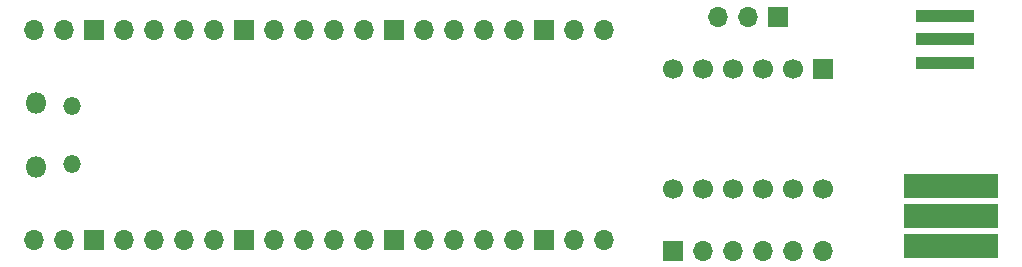
<source format=gbs>
G04 #@! TF.GenerationSoftware,KiCad,Pcbnew,7.0.5*
G04 #@! TF.CreationDate,2023-06-08T07:07:18+09:00*
G04 #@! TF.ProjectId,game-boy-pico-link-board,67616d65-2d62-46f7-992d-7069636f2d6c,rev?*
G04 #@! TF.SameCoordinates,Original*
G04 #@! TF.FileFunction,Soldermask,Bot*
G04 #@! TF.FilePolarity,Negative*
%FSLAX46Y46*%
G04 Gerber Fmt 4.6, Leading zero omitted, Abs format (unit mm)*
G04 Created by KiCad (PCBNEW 7.0.5) date 2023-06-08 07:07:18*
%MOMM*%
%LPD*%
G01*
G04 APERTURE LIST*
%ADD10R,1.700000X1.700000*%
%ADD11C,1.700000*%
%ADD12O,1.700000X1.700000*%
%ADD13O,1.800000X1.800000*%
%ADD14O,1.500000X1.500000*%
%ADD15R,8.000000X2.000000*%
%ADD16R,5.000000X1.000000*%
G04 APERTURE END LIST*
D10*
X139670000Y-90298000D03*
D11*
X137130000Y-90298000D03*
X134590000Y-90298000D03*
X132050000Y-90298000D03*
X129510000Y-90298000D03*
X126970000Y-90298000D03*
X139670000Y-100458000D03*
X137130000Y-100458000D03*
X134590000Y-100458000D03*
X132050000Y-100458000D03*
X129510000Y-100458000D03*
X126970000Y-100458000D03*
D10*
X135890000Y-85852000D03*
D12*
X133350000Y-85852000D03*
X130810000Y-85852000D03*
D10*
X127000000Y-105664000D03*
D12*
X129540000Y-105664000D03*
X132080000Y-105664000D03*
X134620000Y-105664000D03*
X137160000Y-105664000D03*
X139700000Y-105664000D03*
X72900000Y-86995000D03*
X75440000Y-86995000D03*
D10*
X77980000Y-86995000D03*
D12*
X80520000Y-86995000D03*
X83060000Y-86995000D03*
X85600000Y-86995000D03*
X88140000Y-86995000D03*
D10*
X90680000Y-86995000D03*
D12*
X93220000Y-86995000D03*
X95760000Y-86995000D03*
X98300000Y-86995000D03*
X100840000Y-86995000D03*
D10*
X103380000Y-86995000D03*
D12*
X105920000Y-86995000D03*
X108460000Y-86995000D03*
X111000000Y-86995000D03*
X113540000Y-86995000D03*
D10*
X116080000Y-86995000D03*
D12*
X118620000Y-86995000D03*
X121160000Y-86995000D03*
X121160000Y-104775000D03*
X118620000Y-104775000D03*
D10*
X116080000Y-104775000D03*
D12*
X113540000Y-104775000D03*
X111000000Y-104775000D03*
X108460000Y-104775000D03*
X105920000Y-104775000D03*
D10*
X103380000Y-104775000D03*
D12*
X100840000Y-104775000D03*
X98300000Y-104775000D03*
X95760000Y-104775000D03*
X93220000Y-104775000D03*
D10*
X90680000Y-104775000D03*
D12*
X88140000Y-104775000D03*
X85600000Y-104775000D03*
X83060000Y-104775000D03*
X80520000Y-104775000D03*
D10*
X77980000Y-104775000D03*
D12*
X75440000Y-104775000D03*
X72900000Y-104775000D03*
D13*
X73030000Y-93160000D03*
D14*
X76060000Y-93460000D03*
X76060000Y-98310000D03*
D13*
X73030000Y-98610000D03*
D15*
X150510000Y-100175000D03*
X150510000Y-102775000D03*
X150510000Y-105275000D03*
D16*
X149960000Y-85775000D03*
X149960000Y-87775000D03*
X149960000Y-89775000D03*
M02*

</source>
